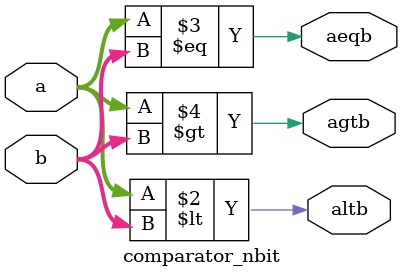
<source format=v>
module comparator_nbit
#(parameter N = 3)
(
    input [N-1:0] a, 
    input [N-1:0] b, 
    output reg altb, 
    output reg aeqb, 
    output reg agtb
);

    always @(*) begin 
        altb = (a < b);
        aeqb = (a == b); 
        agtb = (a > b);
    end
endmodule
</source>
